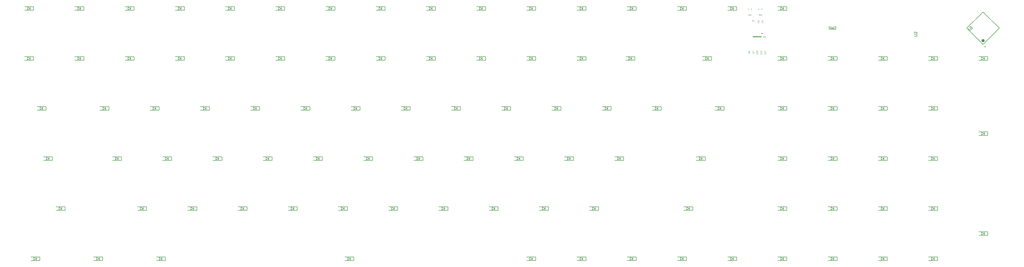
<source format=gto>
G04*
G04 #@! TF.GenerationSoftware,Altium Limited,CircuitMaker,2.2.1 (2.2.1.6)*
G04*
G04 Layer_Color=15132400*
%FSLAX25Y25*%
%MOIN*%
G70*
G04*
G04 #@! TF.SameCoordinates,51275918-D11F-4CD5-9039-D10E8471D0EB*
G04*
G04*
G04 #@! TF.FilePolarity,Positive*
G04*
G01*
G75*
%ADD10C,0.00984*%
%ADD11C,0.02362*%
%ADD12C,0.00394*%
%ADD13C,0.00787*%
%ADD14C,0.00591*%
%ADD15C,0.00472*%
%ADD16C,0.00709*%
D10*
X1233760Y509252D02*
G03*
X1233760Y509252I-492J0D01*
G01*
X1566153Y489623D02*
G03*
X1566153Y489623I-492J0D01*
G01*
D11*
X1563780Y498671D02*
G03*
X1563780Y498671I-1181J0D01*
G01*
D12*
X1336220Y517323D02*
X1340158D01*
X1338189Y515354D02*
Y519291D01*
D13*
X1212894Y545472D02*
Y546260D01*
X1217421Y545472D02*
Y546260D01*
X1233169Y545472D02*
Y546260D01*
X1228642Y545472D02*
Y546260D01*
X1219882Y503937D02*
X1232087D01*
X1219882Y505118D02*
X1232087D01*
X1219882Y503937D02*
Y505118D01*
X1232087Y503937D02*
Y505118D01*
X1562598Y493103D02*
X1586818Y517323D01*
X1538379D02*
X1562598Y541543D01*
X1538379Y517323D02*
X1562598Y493103D01*
Y541543D02*
X1586818Y517323D01*
D14*
X148689Y174835D02*
X152689Y172835D01*
X148689Y170835D02*
X152689Y172835D01*
Y170835D02*
Y174835D01*
X148689Y170835D02*
Y174835D01*
X157689Y170177D02*
Y175492D01*
X144189Y170177D02*
X157689D01*
X144189Y175492D02*
X157689D01*
X1261386Y548850D02*
X1265386Y546850D01*
X1261386Y544850D02*
X1265386Y546850D01*
Y544850D02*
Y548850D01*
X1261386Y544850D02*
Y548850D01*
X1270386Y544193D02*
Y549508D01*
X1256886Y544193D02*
X1270386D01*
X1256886Y549508D02*
X1270386D01*
X1186583Y548850D02*
X1190583Y546850D01*
X1186583Y544850D02*
X1190583Y546850D01*
Y544850D02*
Y548850D01*
X1186583Y544850D02*
Y548850D01*
X1195583Y544193D02*
Y549508D01*
X1182083Y544193D02*
X1195583D01*
X1182083Y549508D02*
X1195583D01*
X1111779Y548850D02*
X1115779Y546850D01*
X1111779Y544850D02*
X1115779Y546850D01*
Y544850D02*
Y548850D01*
X1111779Y544850D02*
Y548850D01*
X1120780Y544193D02*
Y549508D01*
X1107279Y544193D02*
X1120780D01*
X1107279Y549508D02*
X1120780D01*
X1036976Y548850D02*
X1040976Y546850D01*
X1036976Y544850D02*
X1040976Y546850D01*
Y544850D02*
Y548850D01*
X1036976Y544850D02*
Y548850D01*
X1045976Y544193D02*
Y549508D01*
X1032476Y544193D02*
X1045976D01*
X1032476Y549508D02*
X1045976D01*
X962173Y548850D02*
X966173Y546850D01*
X962173Y544850D02*
X966173Y546850D01*
Y544850D02*
Y548850D01*
X962173Y544850D02*
Y548850D01*
X971173Y544193D02*
Y549508D01*
X957673Y544193D02*
X971173D01*
X957673Y549508D02*
X971173D01*
X887370Y548850D02*
X891370Y546850D01*
X887370Y544850D02*
X891370Y546850D01*
Y544850D02*
Y548850D01*
X887370Y544850D02*
Y548850D01*
X896370Y544193D02*
Y549508D01*
X882870Y544193D02*
X896370D01*
X882870Y549508D02*
X896370D01*
X812567Y548850D02*
X816567Y546850D01*
X812567Y544850D02*
X816567Y546850D01*
Y544850D02*
Y548850D01*
X812567Y544850D02*
Y548850D01*
X821567Y544193D02*
Y549508D01*
X808067Y544193D02*
X821567D01*
X808067Y549508D02*
X821567D01*
X737764Y548850D02*
X741764Y546850D01*
X737764Y544850D02*
X741764Y546850D01*
Y544850D02*
Y548850D01*
X737764Y544850D02*
Y548850D01*
X746764Y544193D02*
Y549508D01*
X733264Y544193D02*
X746764D01*
X733264Y549508D02*
X746764D01*
X662961Y548850D02*
X666961Y546850D01*
X662961Y544850D02*
X666961Y546850D01*
Y544850D02*
Y548850D01*
X662961Y544850D02*
Y548850D01*
X671961Y544193D02*
Y549508D01*
X658461Y544193D02*
X671961D01*
X658461Y549508D02*
X671961D01*
X588158Y548850D02*
X592158Y546850D01*
X588158Y544850D02*
X592158Y546850D01*
Y544850D02*
Y548850D01*
X588158Y544850D02*
Y548850D01*
X597157Y544193D02*
Y549508D01*
X583658Y544193D02*
X597157D01*
X583658Y549508D02*
X597157D01*
X513354Y548850D02*
X517354Y546850D01*
X513354Y544850D02*
X517354Y546850D01*
Y544850D02*
Y548850D01*
X513354Y544850D02*
Y548850D01*
X522354Y544193D02*
Y549508D01*
X508854Y544193D02*
X522354D01*
X508854Y549508D02*
X522354D01*
X438551Y548850D02*
X442551Y546850D01*
X438551Y544850D02*
X442551Y546850D01*
Y544850D02*
Y548850D01*
X438551Y544850D02*
Y548850D01*
X447551Y544193D02*
Y549508D01*
X434051Y544193D02*
X447551D01*
X434051Y549508D02*
X447551D01*
X363748Y548850D02*
X367748Y546850D01*
X363748Y544850D02*
X367748Y546850D01*
Y544850D02*
Y548850D01*
X363748Y544850D02*
Y548850D01*
X372748Y544193D02*
Y549508D01*
X359248Y544193D02*
X372748D01*
X359248Y549508D02*
X372748D01*
X288945Y548850D02*
X292945Y546850D01*
X288945Y544850D02*
X292945Y546850D01*
Y544850D02*
Y548850D01*
X288945Y544850D02*
Y548850D01*
X297945Y544193D02*
Y549508D01*
X284445Y544193D02*
X297945D01*
X284445Y549508D02*
X297945D01*
X214142Y548850D02*
X218142Y546850D01*
X214142Y544850D02*
X218142Y546850D01*
Y544850D02*
Y548850D01*
X214142Y544850D02*
Y548850D01*
X223142Y544193D02*
Y549508D01*
X209642Y544193D02*
X223142D01*
X209642Y549508D02*
X223142D01*
X139339Y548850D02*
X143339Y546850D01*
X139339Y544850D02*
X143339Y546850D01*
Y544850D02*
Y548850D01*
X139339Y544850D02*
Y548850D01*
X148339Y544193D02*
Y549508D01*
X134839Y544193D02*
X148339D01*
X134839Y549508D02*
X148339D01*
X1560598Y474047D02*
X1564598Y472047D01*
X1560598Y470047D02*
X1564598Y472047D01*
Y470047D02*
Y474047D01*
X1560598Y470047D02*
Y474047D01*
X1569598Y469390D02*
Y474705D01*
X1556098Y469390D02*
X1569598D01*
X1556098Y474705D02*
X1569598D01*
X1485795Y474047D02*
X1489795Y472047D01*
X1485795Y470047D02*
X1489795Y472047D01*
Y470047D02*
Y474047D01*
X1485795Y470047D02*
Y474047D01*
X1494795Y469390D02*
Y474705D01*
X1481295Y469390D02*
X1494795D01*
X1481295Y474705D02*
X1494795D01*
X1410992Y474047D02*
X1414992Y472047D01*
X1410992Y470047D02*
X1414992Y472047D01*
Y470047D02*
Y474047D01*
X1410992Y470047D02*
Y474047D01*
X1419992Y469390D02*
Y474705D01*
X1406492Y469390D02*
X1419992D01*
X1406492Y474705D02*
X1419992D01*
X1336189Y474047D02*
X1340189Y472047D01*
X1336189Y470047D02*
X1340189Y472047D01*
Y470047D02*
Y474047D01*
X1336189Y470047D02*
Y474047D01*
X1345189Y469390D02*
Y474705D01*
X1331689Y469390D02*
X1345189D01*
X1331689Y474705D02*
X1345189D01*
X1261386Y474047D02*
X1265386Y472047D01*
X1261386Y470047D02*
X1265386Y472047D01*
Y470047D02*
Y474047D01*
X1261386Y470047D02*
Y474047D01*
X1270386Y469390D02*
Y474705D01*
X1256886Y469390D02*
X1270386D01*
X1256886Y474705D02*
X1270386D01*
X1149181Y474047D02*
X1153181Y472047D01*
X1149181Y470047D02*
X1153181Y472047D01*
Y470047D02*
Y474047D01*
X1149181Y470047D02*
Y474047D01*
X1158181Y469390D02*
Y474705D01*
X1144681Y469390D02*
X1158181D01*
X1144681Y474705D02*
X1158181D01*
X1035008Y474047D02*
X1039008Y472047D01*
X1035008Y470047D02*
X1039008Y472047D01*
Y470047D02*
Y474047D01*
X1035008Y470047D02*
Y474047D01*
X1044008Y469390D02*
Y474705D01*
X1030508Y469390D02*
X1044008D01*
X1030508Y474705D02*
X1044008D01*
X962173Y474047D02*
X966173Y472047D01*
X962173Y470047D02*
X966173Y472047D01*
Y470047D02*
Y474047D01*
X962173Y470047D02*
Y474047D01*
X971173Y469390D02*
Y474705D01*
X957673Y469390D02*
X971173D01*
X957673Y474705D02*
X971173D01*
X887370Y474047D02*
X891370Y472047D01*
X887370Y470047D02*
X891370Y472047D01*
Y470047D02*
Y474047D01*
X887370Y470047D02*
Y474047D01*
X896370Y469390D02*
Y474705D01*
X882870Y469390D02*
X896370D01*
X882870Y474705D02*
X896370D01*
X812567Y474047D02*
X816567Y472047D01*
X812567Y470047D02*
X816567Y472047D01*
Y470047D02*
Y474047D01*
X812567Y470047D02*
Y474047D01*
X821567Y469390D02*
Y474705D01*
X808067Y469390D02*
X821567D01*
X808067Y474705D02*
X821567D01*
X737764Y474047D02*
X741764Y472047D01*
X737764Y470047D02*
X741764Y472047D01*
Y470047D02*
Y474047D01*
X737764Y470047D02*
Y474047D01*
X746764Y469390D02*
Y474705D01*
X733264Y469390D02*
X746764D01*
X733264Y474705D02*
X746764D01*
X662961Y474047D02*
X666961Y472047D01*
X662961Y470047D02*
X666961Y472047D01*
Y470047D02*
Y474047D01*
X662961Y470047D02*
Y474047D01*
X671961Y469390D02*
Y474705D01*
X658461Y469390D02*
X671961D01*
X658461Y474705D02*
X671961D01*
X588158Y474047D02*
X592158Y472047D01*
X588158Y470047D02*
X592158Y472047D01*
Y470047D02*
Y474047D01*
X588158Y470047D02*
Y474047D01*
X597157Y469390D02*
Y474705D01*
X583658Y469390D02*
X597157D01*
X583658Y474705D02*
X597157D01*
X513354Y474047D02*
X517354Y472047D01*
X513354Y470047D02*
X517354Y472047D01*
Y470047D02*
Y474047D01*
X513354Y470047D02*
Y474047D01*
X522354Y469390D02*
Y474705D01*
X508854Y469390D02*
X522354D01*
X508854Y474705D02*
X522354D01*
X438551Y474047D02*
X442551Y472047D01*
X438551Y470047D02*
X442551Y472047D01*
Y470047D02*
Y474047D01*
X438551Y470047D02*
Y474047D01*
X447551Y469390D02*
Y474705D01*
X434051Y469390D02*
X447551D01*
X434051Y474705D02*
X447551D01*
X363748Y474047D02*
X367748Y472047D01*
X363748Y470047D02*
X367748Y472047D01*
Y470047D02*
Y474047D01*
X363748Y470047D02*
Y474047D01*
X372748Y469390D02*
Y474705D01*
X359248Y469390D02*
X372748D01*
X359248Y474705D02*
X372748D01*
X288945Y474047D02*
X292945Y472047D01*
X288945Y470047D02*
X292945Y472047D01*
Y470047D02*
Y474047D01*
X288945Y470047D02*
Y474047D01*
X297945Y469390D02*
Y474705D01*
X284445Y469390D02*
X297945D01*
X284445Y474705D02*
X297945D01*
X214142Y474047D02*
X218142Y472047D01*
X214142Y470047D02*
X218142Y472047D01*
Y470047D02*
Y474047D01*
X214142Y470047D02*
Y474047D01*
X223142Y469390D02*
Y474705D01*
X209642Y469390D02*
X223142D01*
X209642Y474705D02*
X223142D01*
X139339Y474047D02*
X143339Y472047D01*
X139339Y470047D02*
X143339Y472047D01*
Y470047D02*
Y474047D01*
X139339Y470047D02*
Y474047D01*
X148339Y469390D02*
Y474705D01*
X134839Y469390D02*
X148339D01*
X134839Y474705D02*
X148339D01*
X1560598Y361842D02*
X1564598Y359842D01*
X1560598Y357842D02*
X1564598Y359842D01*
Y357842D02*
Y361842D01*
X1560598Y357842D02*
Y361842D01*
X1569598Y357185D02*
Y362500D01*
X1556098Y357185D02*
X1569598D01*
X1556098Y362500D02*
X1569598D01*
X1485795Y399244D02*
X1489795Y397244D01*
X1485795Y395244D02*
X1489795Y397244D01*
Y395244D02*
Y399244D01*
X1485795Y395244D02*
Y399244D01*
X1494795Y394587D02*
Y399902D01*
X1481295Y394587D02*
X1494795D01*
X1481295Y399902D02*
X1494795D01*
X1410992Y399244D02*
X1414992Y397244D01*
X1410992Y395244D02*
X1414992Y397244D01*
Y395244D02*
Y399244D01*
X1410992Y395244D02*
Y399244D01*
X1419992Y394587D02*
Y399902D01*
X1406492Y394587D02*
X1419992D01*
X1406492Y399902D02*
X1419992D01*
X1336189Y399244D02*
X1340189Y397244D01*
X1336189Y395244D02*
X1340189Y397244D01*
Y395244D02*
Y399244D01*
X1336189Y395244D02*
Y399244D01*
X1345189Y394587D02*
Y399902D01*
X1331689Y394587D02*
X1345189D01*
X1331689Y399902D02*
X1345189D01*
X1261386Y399244D02*
X1265386Y397244D01*
X1261386Y395244D02*
X1265386Y397244D01*
Y395244D02*
Y399244D01*
X1261386Y395244D02*
Y399244D01*
X1270386Y394587D02*
Y399902D01*
X1256886Y394587D02*
X1270386D01*
X1256886Y399902D02*
X1270386D01*
X1167882Y399244D02*
X1171882Y397244D01*
X1167882Y395244D02*
X1171882Y397244D01*
Y395244D02*
Y399244D01*
X1167882Y395244D02*
Y399244D01*
X1176882Y394587D02*
Y399902D01*
X1163382Y394587D02*
X1176882D01*
X1163382Y399902D02*
X1176882D01*
X1074378Y399244D02*
X1078378Y397244D01*
X1074378Y395244D02*
X1078378Y397244D01*
Y395244D02*
Y399244D01*
X1074378Y395244D02*
Y399244D01*
X1083378Y394587D02*
Y399902D01*
X1069878Y394587D02*
X1083378D01*
X1069878Y399902D02*
X1083378D01*
X999575Y399244D02*
X1003575Y397244D01*
X999575Y395244D02*
X1003575Y397244D01*
Y395244D02*
Y399244D01*
X999575Y395244D02*
Y399244D01*
X1008575Y394587D02*
Y399902D01*
X995075Y394587D02*
X1008575D01*
X995075Y399902D02*
X1008575D01*
X924772Y399244D02*
X928772Y397244D01*
X924772Y395244D02*
X928772Y397244D01*
Y395244D02*
Y399244D01*
X924772Y395244D02*
Y399244D01*
X933772Y394587D02*
Y399902D01*
X920272Y394587D02*
X933772D01*
X920272Y399902D02*
X933772D01*
X849969Y399244D02*
X853969Y397244D01*
X849969Y395244D02*
X853969Y397244D01*
Y395244D02*
Y399244D01*
X849969Y395244D02*
Y399244D01*
X858969Y394587D02*
Y399902D01*
X845469Y394587D02*
X858969D01*
X845469Y399902D02*
X858969D01*
X775165Y399244D02*
X779165Y397244D01*
X775165Y395244D02*
X779165Y397244D01*
Y395244D02*
Y399244D01*
X775165Y395244D02*
Y399244D01*
X784165Y394587D02*
Y399902D01*
X770665Y394587D02*
X784165D01*
X770665Y399902D02*
X784165D01*
X700362Y399244D02*
X704362Y397244D01*
X700362Y395244D02*
X704362Y397244D01*
Y395244D02*
Y399244D01*
X700362Y395244D02*
Y399244D01*
X709362Y394587D02*
Y399902D01*
X695862Y394587D02*
X709362D01*
X695862Y399902D02*
X709362D01*
X625559Y399244D02*
X629559Y397244D01*
X625559Y395244D02*
X629559Y397244D01*
Y395244D02*
Y399244D01*
X625559Y395244D02*
Y399244D01*
X634559Y394587D02*
Y399902D01*
X621059Y394587D02*
X634559D01*
X621059Y399902D02*
X634559D01*
X550756Y399244D02*
X554756Y397244D01*
X550756Y395244D02*
X554756Y397244D01*
Y395244D02*
Y399244D01*
X550756Y395244D02*
Y399244D01*
X559756Y394587D02*
Y399902D01*
X546256Y394587D02*
X559756D01*
X546256Y399902D02*
X559756D01*
X475953Y399244D02*
X479953Y397244D01*
X475953Y395244D02*
X479953Y397244D01*
Y395244D02*
Y399244D01*
X475953Y395244D02*
Y399244D01*
X484953Y394587D02*
Y399902D01*
X471453Y394587D02*
X484953D01*
X471453Y399902D02*
X484953D01*
X401150Y399244D02*
X405150Y397244D01*
X401150Y395244D02*
X405150Y397244D01*
Y395244D02*
Y399244D01*
X401150Y395244D02*
Y399244D01*
X410150Y394587D02*
Y399902D01*
X396650Y394587D02*
X410150D01*
X396650Y399902D02*
X410150D01*
X326346Y399244D02*
X330346Y397244D01*
X326346Y395244D02*
X330346Y397244D01*
Y395244D02*
Y399244D01*
X326346Y395244D02*
Y399244D01*
X335347Y394587D02*
Y399902D01*
X321847Y394587D02*
X335347D01*
X321847Y399902D02*
X335347D01*
X251543Y399244D02*
X255543Y397244D01*
X251543Y395244D02*
X255543Y397244D01*
Y395244D02*
Y399244D01*
X251543Y395244D02*
Y399244D01*
X260543Y394587D02*
Y399902D01*
X247043Y394587D02*
X260543D01*
X247043Y399902D02*
X260543D01*
X158039Y399244D02*
X162039Y397244D01*
X158039Y395244D02*
X162039Y397244D01*
Y395244D02*
Y399244D01*
X158039Y395244D02*
Y399244D01*
X167039Y394587D02*
Y399902D01*
X153539Y394587D02*
X167039D01*
X153539Y399902D02*
X167039D01*
X1485795Y324441D02*
X1489795Y322441D01*
X1485795Y320441D02*
X1489795Y322441D01*
Y320441D02*
Y324441D01*
X1485795Y320441D02*
Y324441D01*
X1494795Y319783D02*
Y325098D01*
X1481295Y319783D02*
X1494795D01*
X1481295Y325098D02*
X1494795D01*
X1410992Y324441D02*
X1414992Y322441D01*
X1410992Y320441D02*
X1414992Y322441D01*
Y320441D02*
Y324441D01*
X1410992Y320441D02*
Y324441D01*
X1419992Y319783D02*
Y325098D01*
X1406492Y319783D02*
X1419992D01*
X1406492Y325098D02*
X1419992D01*
X1336189Y324441D02*
X1340189Y322441D01*
X1336189Y320441D02*
X1340189Y322441D01*
Y320441D02*
Y324441D01*
X1336189Y320441D02*
Y324441D01*
X1345189Y319783D02*
Y325098D01*
X1331689Y319783D02*
X1345189D01*
X1331689Y325098D02*
X1345189D01*
X1261386Y324441D02*
X1265386Y322441D01*
X1261386Y320441D02*
X1265386Y322441D01*
Y320441D02*
Y324441D01*
X1261386Y320441D02*
Y324441D01*
X1270386Y319783D02*
Y325098D01*
X1256886Y319783D02*
X1270386D01*
X1256886Y325098D02*
X1270386D01*
X1139831Y324441D02*
X1143831Y322441D01*
X1139831Y320441D02*
X1143831Y322441D01*
Y320441D02*
Y324441D01*
X1139831Y320441D02*
Y324441D01*
X1148831Y319783D02*
Y325098D01*
X1135331Y319783D02*
X1148831D01*
X1135331Y325098D02*
X1148831D01*
X1018276Y324441D02*
X1022276Y322441D01*
X1018276Y320441D02*
X1022276Y322441D01*
Y320441D02*
Y324441D01*
X1018276Y320441D02*
Y324441D01*
X1027276Y319783D02*
Y325098D01*
X1013776Y319783D02*
X1027276D01*
X1013776Y325098D02*
X1027276D01*
X943472Y324441D02*
X947472Y322441D01*
X943472Y320441D02*
X947472Y322441D01*
Y320441D02*
Y324441D01*
X943472Y320441D02*
Y324441D01*
X952472Y319783D02*
Y325098D01*
X938972Y319783D02*
X952472D01*
X938972Y325098D02*
X952472D01*
X868669Y324441D02*
X872669Y322441D01*
X868669Y320441D02*
X872669Y322441D01*
Y320441D02*
Y324441D01*
X868669Y320441D02*
Y324441D01*
X877669Y319783D02*
Y325098D01*
X864169Y319783D02*
X877669D01*
X864169Y325098D02*
X877669D01*
X793866Y324441D02*
X797866Y322441D01*
X793866Y320441D02*
X797866Y322441D01*
Y320441D02*
Y324441D01*
X793866Y320441D02*
Y324441D01*
X802866Y319783D02*
Y325098D01*
X789366Y319783D02*
X802866D01*
X789366Y325098D02*
X802866D01*
X719063Y324441D02*
X723063Y322441D01*
X719063Y320441D02*
X723063Y322441D01*
Y320441D02*
Y324441D01*
X719063Y320441D02*
Y324441D01*
X728063Y319783D02*
Y325098D01*
X714563Y319783D02*
X728063D01*
X714563Y325098D02*
X728063D01*
X644260Y324441D02*
X648260Y322441D01*
X644260Y320441D02*
X648260Y322441D01*
Y320441D02*
Y324441D01*
X644260Y320441D02*
Y324441D01*
X653260Y319783D02*
Y325098D01*
X639760Y319783D02*
X653260D01*
X639760Y325098D02*
X653260D01*
X569457Y324441D02*
X573457Y322441D01*
X569457Y320441D02*
X573457Y322441D01*
Y320441D02*
Y324441D01*
X569457Y320441D02*
Y324441D01*
X578457Y319783D02*
Y325098D01*
X564957Y319783D02*
X578457D01*
X564957Y325098D02*
X578457D01*
X494654Y324441D02*
X498654Y322441D01*
X494654Y320441D02*
X498654Y322441D01*
Y320441D02*
Y324441D01*
X494654Y320441D02*
Y324441D01*
X503653Y319783D02*
Y325098D01*
X490154Y319783D02*
X503653D01*
X490154Y325098D02*
X503653D01*
X419850Y324441D02*
X423850Y322441D01*
X419850Y320441D02*
X423850Y322441D01*
Y320441D02*
Y324441D01*
X419850Y320441D02*
Y324441D01*
X428850Y319783D02*
Y325098D01*
X415350Y319783D02*
X428850D01*
X415350Y325098D02*
X428850D01*
X345047Y324441D02*
X349047Y322441D01*
X345047Y320441D02*
X349047Y322441D01*
Y320441D02*
Y324441D01*
X345047Y320441D02*
Y324441D01*
X354047Y319783D02*
Y325098D01*
X340547Y319783D02*
X354047D01*
X340547Y325098D02*
X354047D01*
X270244Y324441D02*
X274244Y322441D01*
X270244Y320441D02*
X274244Y322441D01*
Y320441D02*
Y324441D01*
X270244Y320441D02*
Y324441D01*
X279244Y319783D02*
Y325098D01*
X265744Y319783D02*
X279244D01*
X265744Y325098D02*
X279244D01*
X167390Y324441D02*
X171390Y322441D01*
X167390Y320441D02*
X171390Y322441D01*
Y320441D02*
Y324441D01*
X167390Y320441D02*
Y324441D01*
X176390Y319783D02*
Y325098D01*
X162890Y319783D02*
X176390D01*
X162890Y325098D02*
X176390D01*
X1560598Y212236D02*
X1564598Y210236D01*
X1560598Y208236D02*
X1564598Y210236D01*
Y208236D02*
Y212236D01*
X1560598Y208236D02*
Y212236D01*
X1569598Y207579D02*
Y212894D01*
X1556098Y207579D02*
X1569598D01*
X1556098Y212894D02*
X1569598D01*
X1485795Y249638D02*
X1489795Y247638D01*
X1485795Y245638D02*
X1489795Y247638D01*
Y245638D02*
Y249638D01*
X1485795Y245638D02*
Y249638D01*
X1494795Y244980D02*
Y250295D01*
X1481295Y244980D02*
X1494795D01*
X1481295Y250295D02*
X1494795D01*
X1410992Y249638D02*
X1414992Y247638D01*
X1410992Y245638D02*
X1414992Y247638D01*
Y245638D02*
Y249638D01*
X1410992Y245638D02*
Y249638D01*
X1419992Y244980D02*
Y250295D01*
X1406492Y244980D02*
X1419992D01*
X1406492Y250295D02*
X1419992D01*
X1336189Y249638D02*
X1340189Y247638D01*
X1336189Y245638D02*
X1340189Y247638D01*
Y245638D02*
Y249638D01*
X1336189Y245638D02*
Y249638D01*
X1345189Y244980D02*
Y250295D01*
X1331689Y244980D02*
X1345189D01*
X1331689Y250295D02*
X1345189D01*
X1261386Y249638D02*
X1265386Y247638D01*
X1261386Y245638D02*
X1265386Y247638D01*
Y245638D02*
Y249638D01*
X1261386Y245638D02*
Y249638D01*
X1270386Y244980D02*
Y250295D01*
X1256886Y244980D02*
X1270386D01*
X1256886Y250295D02*
X1270386D01*
X1121130Y249638D02*
X1125130Y247638D01*
X1121130Y245638D02*
X1125130Y247638D01*
Y245638D02*
Y249638D01*
X1121130Y245638D02*
Y249638D01*
X1130130Y244980D02*
Y250295D01*
X1116630Y244980D02*
X1130130D01*
X1116630Y250295D02*
X1130130D01*
X980874Y249638D02*
X984874Y247638D01*
X980874Y245638D02*
X984874Y247638D01*
Y245638D02*
Y249638D01*
X980874Y245638D02*
Y249638D01*
X989874Y244980D02*
Y250295D01*
X976374Y244980D02*
X989874D01*
X976374Y250295D02*
X989874D01*
X906071Y249638D02*
X910071Y247638D01*
X906071Y245638D02*
X910071Y247638D01*
Y245638D02*
Y249638D01*
X906071Y245638D02*
Y249638D01*
X915071Y244980D02*
Y250295D01*
X901571Y244980D02*
X915071D01*
X901571Y250295D02*
X915071D01*
X831268Y249638D02*
X835268Y247638D01*
X831268Y245638D02*
X835268Y247638D01*
Y245638D02*
Y249638D01*
X831268Y245638D02*
Y249638D01*
X840268Y244980D02*
Y250295D01*
X826768Y244980D02*
X840268D01*
X826768Y250295D02*
X840268D01*
X756465Y249638D02*
X760465Y247638D01*
X756465Y245638D02*
X760465Y247638D01*
Y245638D02*
Y249638D01*
X756465Y245638D02*
Y249638D01*
X765465Y244980D02*
Y250295D01*
X751965Y244980D02*
X765465D01*
X751965Y250295D02*
X765465D01*
X681661Y249638D02*
X685661Y247638D01*
X681661Y245638D02*
X685661Y247638D01*
Y245638D02*
Y249638D01*
X681661Y245638D02*
Y249638D01*
X690661Y244980D02*
Y250295D01*
X677161Y244980D02*
X690661D01*
X677161Y250295D02*
X690661D01*
X606858Y249638D02*
X610858Y247638D01*
X606858Y245638D02*
X610858Y247638D01*
Y245638D02*
Y249638D01*
X606858Y245638D02*
Y249638D01*
X615858Y244980D02*
Y250295D01*
X602358Y244980D02*
X615858D01*
X602358Y250295D02*
X615858D01*
X532055Y249638D02*
X536055Y247638D01*
X532055Y245638D02*
X536055Y247638D01*
Y245638D02*
Y249638D01*
X532055Y245638D02*
Y249638D01*
X541055Y244980D02*
Y250295D01*
X527555Y244980D02*
X541055D01*
X527555Y250295D02*
X541055D01*
X457252Y249638D02*
X461252Y247638D01*
X457252Y245638D02*
X461252Y247638D01*
Y245638D02*
Y249638D01*
X457252Y245638D02*
Y249638D01*
X466252Y244980D02*
Y250295D01*
X452752Y244980D02*
X466252D01*
X452752Y250295D02*
X466252D01*
X382449Y249638D02*
X386449Y247638D01*
X382449Y245638D02*
X386449Y247638D01*
Y245638D02*
Y249638D01*
X382449Y245638D02*
Y249638D01*
X391449Y244980D02*
Y250295D01*
X377949Y244980D02*
X391449D01*
X377949Y250295D02*
X391449D01*
X307646Y249638D02*
X311646Y247638D01*
X307646Y245638D02*
X311646Y247638D01*
Y245638D02*
Y249638D01*
X307646Y245638D02*
Y249638D01*
X316646Y244980D02*
Y250295D01*
X303146Y244980D02*
X316646D01*
X303146Y250295D02*
X316646D01*
X186091Y249638D02*
X190091Y247638D01*
X186091Y245638D02*
X190091Y247638D01*
Y245638D02*
Y249638D01*
X186091Y245638D02*
Y249638D01*
X195091Y244980D02*
Y250295D01*
X181591Y244980D02*
X195091D01*
X181591Y250295D02*
X195091D01*
X1485795Y174835D02*
X1489795Y172835D01*
X1485795Y170835D02*
X1489795Y172835D01*
Y170835D02*
Y174835D01*
X1485795Y170835D02*
Y174835D01*
X1494795Y170177D02*
Y175492D01*
X1481295Y170177D02*
X1494795D01*
X1481295Y175492D02*
X1494795D01*
X1410992Y174835D02*
X1414992Y172835D01*
X1410992Y170835D02*
X1414992Y172835D01*
Y170835D02*
Y174835D01*
X1410992Y170835D02*
Y174835D01*
X1419992Y170177D02*
Y175492D01*
X1406492Y170177D02*
X1419992D01*
X1406492Y175492D02*
X1419992D01*
X1336189Y174835D02*
X1340189Y172835D01*
X1336189Y170835D02*
X1340189Y172835D01*
Y170835D02*
Y174835D01*
X1336189Y170835D02*
Y174835D01*
X1345189Y170177D02*
Y175492D01*
X1331689Y170177D02*
X1345189D01*
X1331689Y175492D02*
X1345189D01*
X1261386Y174835D02*
X1265386Y172835D01*
X1261386Y170835D02*
X1265386Y172835D01*
Y170835D02*
Y174835D01*
X1261386Y170835D02*
Y174835D01*
X1270386Y170177D02*
Y175492D01*
X1256886Y170177D02*
X1270386D01*
X1256886Y175492D02*
X1270386D01*
X1186583Y174835D02*
X1190583Y172835D01*
X1186583Y170835D02*
X1190583Y172835D01*
Y170835D02*
Y174835D01*
X1186583Y170835D02*
Y174835D01*
X1195583Y170177D02*
Y175492D01*
X1182083Y170177D02*
X1195583D01*
X1182083Y175492D02*
X1195583D01*
X1111779Y174835D02*
X1115779Y172835D01*
X1111779Y170835D02*
X1115779Y172835D01*
Y170835D02*
Y174835D01*
X1111779Y170835D02*
Y174835D01*
X1120780Y170177D02*
Y175492D01*
X1107279Y170177D02*
X1120780D01*
X1107279Y175492D02*
X1120780D01*
X1036976Y174835D02*
X1040976Y172835D01*
X1036976Y170835D02*
X1040976Y172835D01*
Y170835D02*
Y174835D01*
X1036976Y170835D02*
Y174835D01*
X1045976Y170177D02*
Y175492D01*
X1032476Y170177D02*
X1045976D01*
X1032476Y175492D02*
X1045976D01*
X962173Y174835D02*
X966173Y172835D01*
X962173Y170835D02*
X966173Y172835D01*
Y170835D02*
Y174835D01*
X962173Y170835D02*
Y174835D01*
X971173Y170177D02*
Y175492D01*
X957673Y170177D02*
X971173D01*
X957673Y175492D02*
X971173D01*
X887370Y174835D02*
X891370Y172835D01*
X887370Y170835D02*
X891370Y172835D01*
Y170835D02*
Y174835D01*
X887370Y170835D02*
Y174835D01*
X896370Y170177D02*
Y175492D01*
X882870Y170177D02*
X896370D01*
X882870Y175492D02*
X896370D01*
X616319Y174835D02*
X620319Y172835D01*
X616319Y170835D02*
X620319Y172835D01*
Y170835D02*
Y174835D01*
X616319Y170835D02*
Y174835D01*
X625319Y170177D02*
Y175492D01*
X611819Y170177D02*
X625319D01*
X611819Y175492D02*
X625319D01*
X335697Y174835D02*
X339697Y172835D01*
X335697Y170835D02*
X339697Y172835D01*
Y170835D02*
Y174835D01*
X335697Y170835D02*
Y174835D01*
X344697Y170177D02*
Y175492D01*
X331197Y170177D02*
X344697D01*
X331197Y175492D02*
X344697D01*
X242193Y174835D02*
X246193Y172835D01*
X242193Y170835D02*
X246193Y172835D01*
Y170835D02*
Y174835D01*
X242193Y170835D02*
Y174835D01*
X251193Y170177D02*
Y175492D01*
X237693Y170177D02*
X251193D01*
X237693Y175492D02*
X251193D01*
D15*
X1229266Y536024D02*
Y537992D01*
X1230250D01*
X1230577Y537664D01*
Y537008D01*
X1230250Y536680D01*
X1229266D01*
X1229922D02*
X1230577Y536024D01*
X1232217D02*
Y537992D01*
X1231234Y537008D01*
X1232545D01*
X1213518Y536024D02*
Y537992D01*
X1214501D01*
X1214830Y537664D01*
Y537008D01*
X1214501Y536680D01*
X1213518D01*
X1214174D02*
X1214830Y536024D01*
X1215485Y537664D02*
X1215813Y537992D01*
X1216469D01*
X1216797Y537664D01*
Y537336D01*
X1216469Y537008D01*
X1216141D01*
X1216469D01*
X1216797Y536680D01*
Y536352D01*
X1216469Y536024D01*
X1215813D01*
X1215485Y536352D01*
X1220079Y529134D02*
X1218767D01*
Y528150D01*
X1219423D01*
X1218767D01*
Y527166D01*
X1220735D02*
X1221391D01*
X1221063D01*
Y529134D01*
X1220735Y528806D01*
X1237139Y479758D02*
X1236811Y479430D01*
Y478774D01*
X1237139Y478446D01*
X1238451D01*
X1238779Y478774D01*
Y479430D01*
X1238451Y479758D01*
X1238779Y480413D02*
Y481070D01*
Y480742D01*
X1236811D01*
X1237139Y480413D01*
X1236811Y482053D02*
Y483365D01*
X1237139D01*
X1238451Y482053D01*
X1238779D01*
X1231234Y479758D02*
X1230906Y479430D01*
Y478774D01*
X1231234Y478446D01*
X1232546D01*
X1232874Y478774D01*
Y479430D01*
X1232546Y479758D01*
X1232874Y480413D02*
Y481070D01*
Y480742D01*
X1230906D01*
X1231234Y480413D01*
Y482053D02*
X1230906Y482381D01*
Y483037D01*
X1231234Y483365D01*
X1231562D01*
X1231890Y483037D01*
Y482709D01*
Y483037D01*
X1232218Y483365D01*
X1232546D01*
X1232874Y483037D01*
Y482381D01*
X1232546Y482053D01*
X1225328Y479758D02*
X1225000Y479430D01*
Y478774D01*
X1225328Y478446D01*
X1226640D01*
X1226968Y478774D01*
Y479430D01*
X1226640Y479758D01*
X1226968Y480413D02*
Y481070D01*
Y480742D01*
X1225000D01*
X1225328Y480413D01*
Y482053D02*
X1225000Y482381D01*
Y483037D01*
X1225328Y483365D01*
X1226640D01*
X1226968Y483037D01*
Y482381D01*
X1226640Y482053D01*
X1225328D01*
X1219423Y480578D02*
X1219095Y480250D01*
Y479594D01*
X1219423Y479266D01*
X1220735D01*
X1221063Y479594D01*
Y480250D01*
X1220735Y480578D01*
X1219095Y481234D02*
Y482545D01*
X1219423D01*
X1220735Y481234D01*
X1221063D01*
X1227297Y526837D02*
X1226969Y526509D01*
Y525853D01*
X1227297Y525526D01*
X1228609D01*
X1228937Y525853D01*
Y526509D01*
X1228609Y526837D01*
X1226969Y528805D02*
X1227297Y528149D01*
X1227953Y527493D01*
X1228609D01*
X1228937Y527821D01*
Y528477D01*
X1228609Y528805D01*
X1228281D01*
X1227953Y528477D01*
Y527493D01*
X1213517Y480578D02*
X1213189Y480250D01*
Y479594D01*
X1213517Y479266D01*
X1214829D01*
X1215157Y479594D01*
Y480250D01*
X1214829Y480578D01*
X1213189Y482545D02*
Y481234D01*
X1214173D01*
X1213845Y481889D01*
Y482217D01*
X1214173Y482545D01*
X1214829D01*
X1215157Y482217D01*
Y481562D01*
X1214829Y481234D01*
X1233202Y526837D02*
X1232874Y526509D01*
Y525853D01*
X1233202Y525526D01*
X1234514D01*
X1234842Y525853D01*
Y526509D01*
X1234514Y526837D01*
X1234842Y528477D02*
X1232874D01*
X1233858Y527493D01*
Y528805D01*
X1235171Y505512D02*
Y503872D01*
X1235499Y503544D01*
X1236155D01*
X1236483Y503872D01*
Y505512D01*
X1237139Y505184D02*
X1237467Y505512D01*
X1238123D01*
X1238451Y505184D01*
Y504855D01*
X1238123Y504528D01*
X1237795D01*
X1238123D01*
X1238451Y504200D01*
Y503872D01*
X1238123Y503544D01*
X1237467D01*
X1237139Y503872D01*
D16*
X1460237Y505185D02*
X1463517D01*
X1464173Y505841D01*
Y507153D01*
X1463517Y507809D01*
X1460237D01*
X1464173Y511744D02*
Y509121D01*
X1461549Y511744D01*
X1460893D01*
X1460237Y511088D01*
Y509776D01*
X1460893Y509121D01*
X1540651Y516859D02*
X1542970Y514540D01*
X1543898D01*
X1544825Y515468D01*
Y516395D01*
X1542506Y518714D01*
X1546217Y516859D02*
X1547145Y517787D01*
X1546681Y517323D01*
X1543898Y520106D01*
Y519178D01*
X1335565Y518635D02*
X1334909Y519291D01*
X1333597D01*
X1332941Y518635D01*
Y517979D01*
X1333597Y517323D01*
X1334909D01*
X1335565Y516667D01*
Y516011D01*
X1334909Y515355D01*
X1333597D01*
X1332941Y516011D01*
X1336877Y519291D02*
Y515355D01*
X1338189Y516667D01*
X1339501Y515355D01*
Y519291D01*
X1343437Y515355D02*
X1340813D01*
X1343437Y517979D01*
Y518635D01*
X1342781Y519291D01*
X1341469D01*
X1340813Y518635D01*
M02*

</source>
